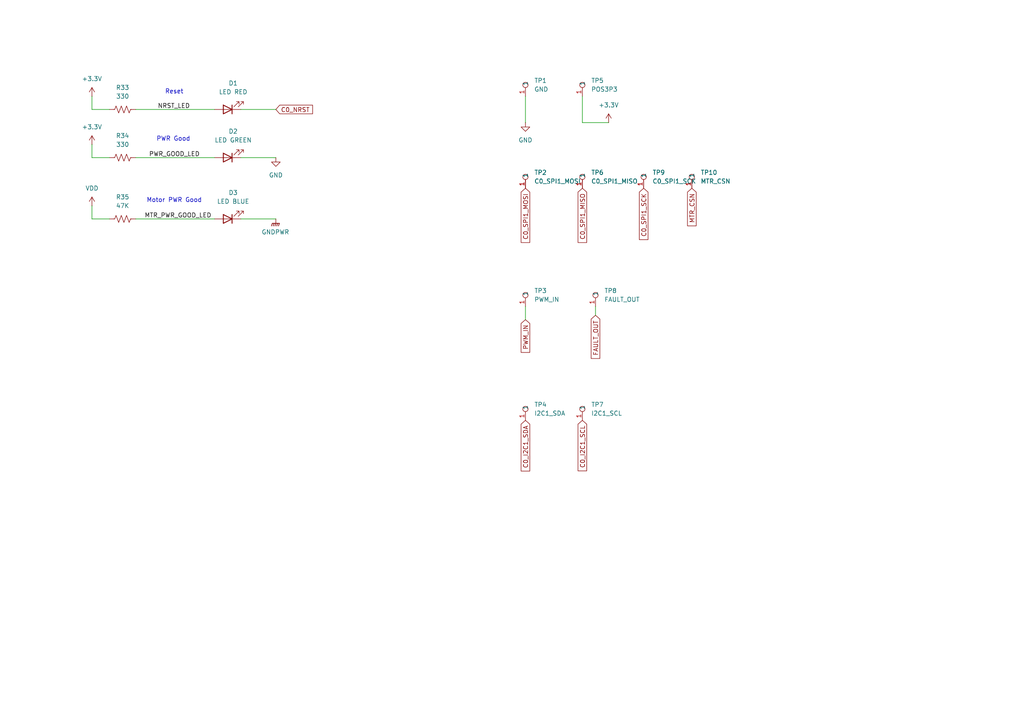
<source format=kicad_sch>
(kicad_sch (version 20250114) (generator "eeschema") (generator_version "9.0")
  (paper "A4")
  (lib_symbols
    (symbol "Device:LED" (pin_numbers (hide yes)) (pin_names (offset 1.016) (hide yes))
      (property "Reference" "D" (at 0 2.54 0))
      (property "Value" "LED" (at 0 -2.54 0))
      (symbol "LED_0_1"
        (polyline (pts (xy -3.048 -0.762) (xy -4.572 -2.286) (xy -3.81 -2.286) (xy -4.572 -2.286) (xy -4.572 -1.524)))
        (polyline (pts (xy -1.778 -0.762) (xy -3.302 -2.286) (xy -2.54 -2.286) (xy -3.302 -2.286) (xy -3.302 -1.524)))
        (polyline (pts (xy -1.27 0) (xy 1.27 0)))
        (polyline (pts (xy -1.27 -1.27) (xy -1.27 1.27)) (stroke (width 0.254)))
        (polyline (pts (xy 1.27 -1.27) (xy 1.27 1.27) (xy -1.27 0) (xy 1.27 -1.27)) (stroke (width 0.254)))
      )
      (symbol "LED_1_1"
        (pin passive line (at -3.81 0 0) (length 2.54) (name "K") (number "1"))
        (pin passive line (at 3.81 0 180) (length 2.54) (name "A") (number "2"))
      )
    )
    (symbol "Device:R_US" (pin_numbers (hide yes)) (pin_names (offset 0))
      (property "Reference" "R" (at 2.54 0 90))
      (property "Value" "R_US" (at -2.54 0 90))
      (symbol "R_US_0_1"
        (polyline (pts (xy 0 2.286) (xy 0 2.54)))
        (polyline (pts (xy 0 2.286) (xy 1.016 1.905) (xy 0 1.524) (xy -1.016 1.143) (xy 0 0.762)))
        (polyline (pts (xy 0 0.762) (xy 1.016 0.381) (xy 0 0) (xy -1.016 -0.381) (xy 0 -0.762)))
        (polyline (pts (xy 0 -0.762) (xy 1.016 -1.143) (xy 0 -1.524) (xy -1.016 -1.905) (xy 0 -2.286)))
        (polyline (pts (xy 0 -2.286) (xy 0 -2.54)))
      )
      (symbol "R_US_1_1"
        (pin passive line (at 0 3.81 270) (length 1.27) (name "~") (number "1"))
        (pin passive line (at 0 -3.81 90) (length 1.27) (name "~") (number "2"))
      )
    )
    (symbol "Global:Testpoint"
      (property "Reference" "TP" (at 0 5.334 0))
      (symbol "Testpoint_0_1"
        (circle (center 0 3.302) (radius 0.762))
      )
      (symbol "Testpoint_1_1"
        (pin passive line (at 0 0 90) (length 2.54) (name "1") (number "1"))
      )
    )
    (symbol "power:+3.3V" (power) (pin_numbers (hide yes)) (pin_names (offset 0) (hide yes))
      (property "Value" "+3.3V" (at 0 3.556 0))
      (symbol "+3.3V_0_1"
        (polyline (pts (xy -0.762 1.27) (xy 0 2.54)))
        (polyline (pts (xy 0 2.54) (xy 0.762 1.27)))
        (polyline (pts (xy 0 0) (xy 0 2.54)))
      )
      (symbol "+3.3V_1_1"
        (pin power_in line (at 0 0 90) (length 0) (name "~") (number "1"))
      )
    )
    (symbol "power:GND" (power) (pin_numbers (hide yes)) (pin_names (offset 0) (hide yes))
      (property "Value" "GND" (at 0 -3.81 0))
      (symbol "GND_0_1"
        (polyline (pts (xy 0 0) (xy 0 -1.27) (xy 1.27 -1.27) (xy 0 -2.54) (xy -1.27 -1.27) (xy 0 -1.27)))
      )
      (symbol "GND_1_1"
        (pin power_in line (at 0 0 270) (length 0) (name "~") (number "1"))
      )
    )
    (symbol "power:GNDPWR" (power) (pin_numbers (hide yes)) (pin_names (offset 0) (hide yes))
      (property "Value" "GNDPWR" (at 0 -3.302 0))
      (symbol "GNDPWR_0_1"
        (polyline (pts (xy -1.016 -1.27) (xy -1.27 -2.032) (xy -1.27 -2.032)) (stroke (width 0.2032)))
        (polyline (pts (xy -0.508 -1.27) (xy -0.762 -2.032) (xy -0.762 -2.032)) (stroke (width 0.2032)))
        (polyline (pts (xy 0 -1.27) (xy 0 0)))
        (polyline (pts (xy 0 -1.27) (xy -0.254 -2.032) (xy -0.254 -2.032)) (stroke (width 0.2032)))
        (polyline (pts (xy 0.508 -1.27) (xy 0.254 -2.032) (xy 0.254 -2.032)) (stroke (width 0.2032)))
        (polyline (pts (xy 1.016 -1.27) (xy -1.016 -1.27) (xy -1.016 -1.27)) (stroke (width 0.2032)))
        (polyline (pts (xy 1.016 -1.27) (xy 0.762 -2.032) (xy 0.762 -2.032) (xy 0.762 -2.032)) (stroke (width 0.2032)))
      )
      (symbol "GNDPWR_1_1"
        (pin power_in line (at 0 0 270) (length 0) (name "~") (number "1"))
      )
    )
    (symbol "power:VDD" (power) (pin_numbers (hide yes)) (pin_names (offset 0) (hide yes))
      (property "Value" "VDD" (at 0 3.556 0))
      (symbol "VDD_0_1"
        (polyline (pts (xy -0.762 1.27) (xy 0 2.54)))
        (polyline (pts (xy 0 2.54) (xy 0.762 1.27)))
        (polyline (pts (xy 0 0) (xy 0 2.54)))
      )
      (symbol "VDD_1_1"
        (pin power_in line (at 0 0 90) (length 0) (name "~") (number "1"))
      )
    )
  )
  (text "Reset" (at 50.546 26.67 0) (effects (font (size 1.27 1.27))))
  (text "PWR Good" (at 50.292 40.386 0) (effects (font (size 1.27 1.27))))
  (text "Motor PWR Good" (at 50.546 58.166 0) (effects (font (size 1.27 1.27))))
  (wire (pts (xy 39.37 63.5) (xy 62.23 63.5)))
  (wire (pts (xy 26.67 45.72) (xy 26.67 41.91)))
  (wire (pts (xy 26.67 27.94) (xy 26.67 31.75)))
  (wire (pts (xy 69.85 45.72) (xy 80.01 45.72)))
  (wire (pts (xy 31.75 45.72) (xy 26.67 45.72)))
  (wire (pts (xy 168.91 35.56) (xy 176.53 35.56)))
  (wire (pts (xy 69.85 31.75) (xy 80.01 31.75)))
  (wire (pts (xy 26.67 31.75) (xy 31.75 31.75)))
  (wire (pts (xy 26.67 59.69) (xy 26.67 63.5)))
  (wire (pts (xy 152.4 27.94) (xy 152.4 35.56)))
  (wire (pts (xy 168.91 27.94) (xy 168.91 35.56)))
  (wire (pts (xy 26.67 63.5) (xy 31.75 63.5)))
  (wire (pts (xy 172.72 88.9) (xy 172.72 91.44)))
  (wire (pts (xy 152.4 88.9) (xy 152.4 92.71)))
  (wire (pts (xy 39.37 45.72) (xy 62.23 45.72)))
  (wire (pts (xy 39.37 31.75) (xy 62.23 31.75)))
  (wire (pts (xy 69.85 63.5) (xy 80.01 63.5)))
  (label "MTR_PWR_GOOD_LED" (at 41.91 63.5 0))
  (label "NRST_LED" (at 45.72 31.75 0))
  (label "PWR_GOOD_LED" (at 43.18 45.72 0))
  (global_label "C0_I2C1_SCL" (shape input) (at 168.91 121.92 270) (property "Intersheetrefs" "${INTERSHEET_REFS}" (at 168.91 137.1213 90) (effects (justify right))))
  (global_label "C0_I2C1_SDA" (shape input) (at 152.4 121.92 270) (property "Intersheetrefs" "${INTERSHEET_REFS}" (at 152.4 137.1818 90) (effects (justify right))))
  (global_label "FAULT_OUT" (shape input) (at 172.72 91.44 270) (property "Intersheetrefs" "${INTERSHEET_REFS}" (at 172.72 104.5248 90) (effects (justify right))))
  (global_label "PWM_IN" (shape input) (at 152.4 92.71 270) (property "Intersheetrefs" "${INTERSHEET_REFS}" (at 152.4 102.7709 90) (effects (justify right))))
  (global_label "C0_SPI1_SCK" (shape input) (at 186.69 54.61 270) (property "Intersheetrefs" "${INTERSHEET_REFS}" (at 186.69 70.0532 90) (effects (justify right))))
  (global_label "MTR_CSN" (shape input) (at 200.66 54.61 270) (property "Intersheetrefs" "${INTERSHEET_REFS}" (at 200.66 66.0618 90) (effects (justify right))))
  (global_label "C0_SPI1_MOSI" (shape input) (at 152.4 54.61 270) (property "Intersheetrefs" "${INTERSHEET_REFS}" (at 152.4 70.8999 90) (effects (justify right))))
  (global_label "C0_NRST" (shape input) (at 80.01 31.75 0) (property "Intersheetrefs" "${INTERSHEET_REFS}" (at 91.2199 31.75 0) (effects (justify left))))
  (global_label "C0_SPI1_MISO" (shape input) (at 168.91 54.61 270) (property "Intersheetrefs" "${INTERSHEET_REFS}" (at 168.91 70.8999 90) (effects (justify right))))
  (symbol (lib_id "Global:Testpoint") (at 152.4 54.61 0) (unit 1)
    (property "Reference" "TP2" (at 154.94 50.0379 0) (effects (justify left)))
    (property "Value" "C0_SPI1_MOSI" (at 154.94 52.5779 0) (effects (justify left)))
    (property "Footprint" "Library:Testpoint 1.6mm x 0.8mm" (effects (hide yes)))
  )
  (symbol (lib_id "Global:Testpoint") (at 152.4 27.94 0) (unit 1)
    (property "Reference" "TP1" (at 154.94 23.3679 0) (effects (justify left)))
    (property "Value" "GND" (at 154.94 25.9079 0) (effects (justify left)))
    (property "Footprint" "Library:Testpoint 1.6mm x 0.8mm" (effects (hide yes)))
  )
  (symbol (lib_id "Global:Testpoint") (at 172.72 88.9 0) (unit 1)
    (property "Reference" "TP8" (at 175.26 84.3279 0) (effects (justify left)))
    (property "Value" "FAULT_OUT" (at 175.26 86.8679 0) (effects (justify left)))
    (property "Footprint" "Library:Testpoint 1.6mm x 0.8mm" (effects (hide yes)))
  )
  (symbol (lib_id "power:GNDPWR") (at 80.01 63.5 0) (unit 1)
    (property "Reference" "#PWR079" (effects (hide yes)))
    (property "Value" "GNDPWR" (at 79.883 67.31 0))
    (property "Description" "Power symbol creates a global label with name \"GNDPWR\" , global ground" (effects (hide yes)))
  )
  (symbol (lib_id "Global:Testpoint") (at 152.4 121.92 0) (unit 1)
    (property "Reference" "TP4" (at 154.94 117.3479 0) (effects (justify left)))
    (property "Value" "I2C1_SDA" (at 154.94 119.8879 0) (effects (justify left)))
    (property "Footprint" "Library:Testpoint 1.6mm x 0.8mm" (effects (hide yes)))
  )
  (symbol (lib_id "power:GND") (at 152.4 35.56 0) (unit 1)
    (property "Reference" "#PWR080" (effects (hide yes)))
    (property "Value" "GND" (at 152.4 40.64 0))
    (property "Description" "Power symbol creates a global label with name \"GND\" , ground" (effects (hide yes)))
  )
  (symbol (lib_id "Global:Testpoint") (at 168.91 121.92 0) (unit 1)
    (property "Reference" "TP7" (at 171.45 117.3479 0) (effects (justify left)))
    (property "Value" "I2C1_SCL" (at 171.45 119.8879 0) (effects (justify left)))
    (property "Footprint" "Library:Testpoint 1.6mm x 0.8mm" (effects (hide yes)))
  )
  (symbol (lib_id "Device:R_US") (at 35.56 31.75 90) (unit 1)
    (property "Reference" "R33" (at 35.56 25.4 90))
    (property "Value" "330" (at 35.56 27.94 90))
    (property "Footprint" "Resistor_SMD:R_0402_1005Metric" (effects (hide yes)))
    (property "Description" "Resistor, US symbol" (effects (hide yes)))
  )
  (symbol (lib_id "Global:Testpoint") (at 152.4 88.9 0) (unit 1)
    (property "Reference" "TP3" (at 154.94 84.3279 0) (effects (justify left)))
    (property "Value" "PWM_IN" (at 154.94 86.8679 0) (effects (justify left)))
    (property "Footprint" "Library:Testpoint 1.6mm x 0.8mm" (effects (hide yes)))
  )
  (symbol (lib_id "Device:R_US") (at 35.56 63.5 90) (unit 1)
    (property "Reference" "R35" (at 35.56 57.15 90))
    (property "Value" "47K" (at 35.56 59.69 90))
    (property "Footprint" "Resistor_SMD:R_0402_1005Metric" (effects (hide yes)))
    (property "Description" "Resistor, US symbol" (effects (hide yes)))
  )
  (symbol (lib_id "Global:Testpoint") (at 186.69 54.61 0) (unit 1)
    (property "Reference" "TP9" (at 189.23 50.0379 0) (effects (justify left)))
    (property "Value" "C0_SPI1_SCK" (at 189.23 52.5779 0) (effects (justify left)))
    (property "Footprint" "Library:Testpoint 1.6mm x 0.8mm" (effects (hide yes)))
  )
  (symbol (lib_id "power:+3.3V") (at 176.53 35.56 0) (unit 1)
    (property "Reference" "#PWR081" (effects (hide yes)))
    (property "Value" "+3.3V" (at 176.53 30.48 0))
    (property "Description" "Power symbol creates a global label with name \"+3.3V\"" (effects (hide yes)))
  )
  (symbol (lib_id "power:+3.3V") (at 26.67 41.91 0) (unit 1)
    (property "Reference" "#PWR076" (effects (hide yes)))
    (property "Value" "+3.3V" (at 26.67 36.83 0))
    (property "Description" "Power symbol creates a global label with name \"+3.3V\"" (effects (hide yes)))
  )
  (symbol (lib_id "power:+3.3V") (at 26.67 27.94 0) (unit 1)
    (property "Reference" "#PWR075" (effects (hide yes)))
    (property "Value" "+3.3V" (at 26.67 22.86 0))
    (property "Description" "Power symbol creates a global label with name \"+3.3V\"" (effects (hide yes)))
  )
  (symbol (lib_id "power:GND") (at 80.01 45.72 0) (unit 1)
    (property "Reference" "#PWR078" (effects (hide yes)))
    (property "Value" "GND" (at 80.01 50.8 0))
    (property "Description" "Power symbol creates a global label with name \"GND\" , ground" (effects (hide yes)))
  )
  (symbol (lib_id "Device:LED") (at 66.04 31.75 180) (unit 1)
    (property "Reference" "D1" (at 67.6275 24.13 0))
    (property "Value" "LED RED" (at 67.6275 26.67 0))
    (property "Footprint" "LED_SMD:LED_0603_1608Metric" (effects (hide yes)))
    (property "Description" "Light emitting diode" (effects (hide yes)))
    (property "Sim.Pins" "1=K 2=A" (effects (hide yes)))
  )
  (symbol (lib_id "power:VDD") (at 26.67 59.69 0) (unit 1)
    (property "Reference" "#PWR077" (effects (hide yes)))
    (property "Value" "VDD" (at 26.67 54.61 0))
    (property "Description" "Power symbol creates a global label with name \"VDD\"" (effects (hide yes)))
  )
  (symbol (lib_id "Device:R_US") (at 35.56 45.72 90) (unit 1)
    (property "Reference" "R34" (at 35.56 39.37 90))
    (property "Value" "330" (at 35.56 41.91 90))
    (property "Footprint" "Resistor_SMD:R_0402_1005Metric" (effects (hide yes)))
    (property "Description" "Resistor, US symbol" (effects (hide yes)))
  )
  (symbol (lib_id "Global:Testpoint") (at 168.91 54.61 0) (unit 1)
    (property "Reference" "TP6" (at 171.45 50.0379 0) (effects (justify left)))
    (property "Value" "C0_SPI1_MISO" (at 171.45 52.5779 0) (effects (justify left)))
    (property "Footprint" "Library:Testpoint 1.6mm x 0.8mm" (effects (hide yes)))
  )
  (symbol (lib_id "Global:Testpoint") (at 168.91 27.94 0) (unit 1)
    (property "Reference" "TP5" (at 171.45 23.3679 0) (effects (justify left)))
    (property "Value" "POS3P3" (at 171.45 25.9079 0) (effects (justify left)))
    (property "Footprint" "Library:Testpoint 1.6mm x 0.8mm" (effects (hide yes)))
  )
  (symbol (lib_id "Global:Testpoint") (at 200.66 54.61 0) (unit 1)
    (property "Reference" "TP10" (at 203.2 50.0379 0) (effects (justify left)))
    (property "Value" "MTR_CSN" (at 203.2 52.5779 0) (effects (justify left)))
    (property "Footprint" "Library:Testpoint 1.6mm x 0.8mm" (effects (hide yes)))
  )
  (symbol (lib_id "Device:LED") (at 66.04 63.5 180) (unit 1)
    (property "Reference" "D3" (at 67.6275 55.88 0))
    (property "Value" "LED BLUE" (at 67.6275 58.42 0))
    (property "Footprint" "LED_SMD:LED_0603_1608Metric" (effects (hide yes)))
    (property "Description" "Light emitting diode" (effects (hide yes)))
    (property "Sim.Pins" "1=K 2=A" (effects (hide yes)))
  )
  (symbol (lib_id "Device:LED") (at 66.04 45.72 180) (unit 1)
    (property "Reference" "D2" (at 67.6275 38.1 0))
    (property "Value" "LED GREEN" (at 67.6275 40.64 0))
    (property "Footprint" "LED_SMD:LED_0603_1608Metric" (effects (hide yes)))
    (property "Description" "Light emitting diode" (effects (hide yes)))
    (property "Sim.Pins" "1=K 2=A" (effects (hide yes)))
  )
)
</source>
